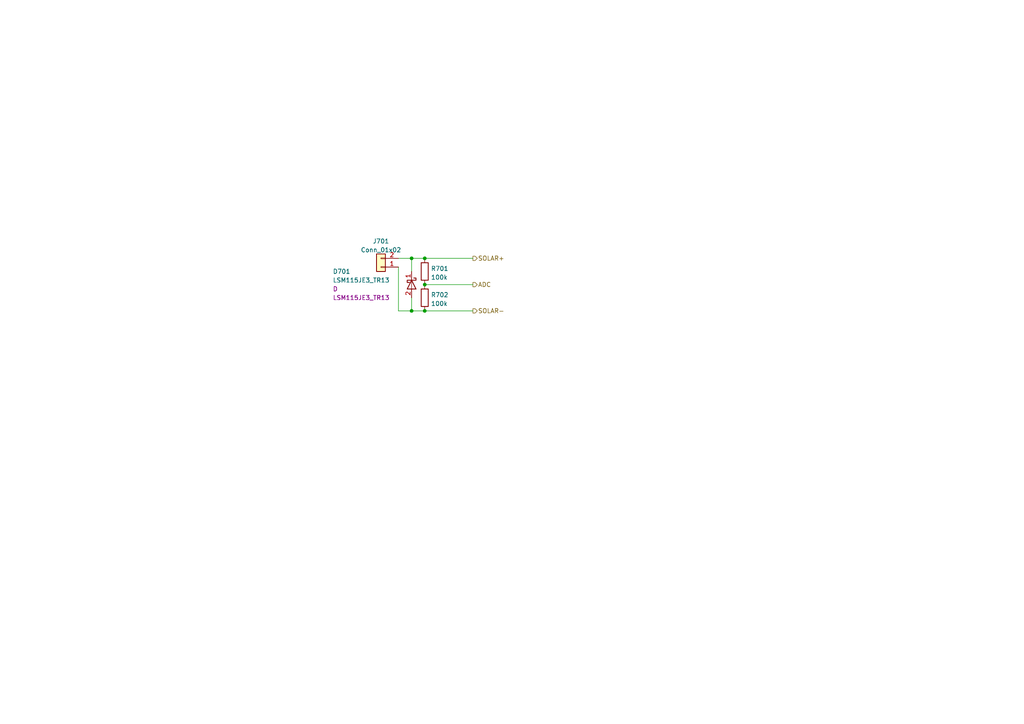
<source format=kicad_sch>
(kicad_sch (version 20211123) (generator eeschema)
  (paper "A4")
  (title_block (title "EPS Schematics") (date "2023-04-19") (rev "v0.1.0") (comment 1 "LinkedIn: linkedin.com/in/carlos-martinez-mora-7b2023230/") (comment 2 "Author: Carlos Martinez Mora"))
  (lib_symbols
    (symbol "Connector_Generic:Conn_01x02" (pin_names (offset 1.016) hide)
      (property "Reference" "J" (at 0 2.54 0))
      (property "Value" "Conn_01x02" (at 0 -5.08 0))
      (symbol "Conn_01x02_1_1"
        (rectangle (start -1.27 -2.413) (end 0 -2.667) (stroke (width 0.1524)))
        (rectangle (start -1.27 0.127) (end 0 -0.127) (stroke (width 0.1524)))
        (rectangle (start -1.27 1.27) (end 1.27 -3.81) (stroke (width 0.254)) (fill (type background)))
        (pin passive line (at -5.08 0 0) (length 3.81) (name "Pin_1") (number "1"))
        (pin passive line (at -5.08 -2.54 0) (length 3.81) (name "Pin_2") (number "2"))
      )
    )
    (symbol "Device:R" (pin_numbers hide) (pin_names (offset 0))
      (property "Reference" "R" (at 2.032 0 90))
      (property "Value" "R" (at 0 0 90))
      (symbol "R_0_1"
        (rectangle (start -1.016 -2.54) (end 1.016 2.54) (stroke (width 0.254)))
      )
      (symbol "R_1_1"
        (pin passive line (at 0 3.81 270) (length 1.27) (name "~") (number "1"))
        (pin passive line (at 0 -3.81 90) (length 1.27) (name "~") (number "2"))
      )
    )
    (symbol "LSM115JE3_TR13:LSM115JE3_TR13" (pin_names hide)
      (property "Value" "LSM115JE3_TR13" (at 0 0 0))
      (property "Reference_1" "D" (at -7.62 8.89 0))
      (property "Value_1" "LSM115JE3_TR13" (at -7.62 6.35 0))
      (symbol "LSM115JE3_TR13_0_1"
        (polyline (pts (xy 1.27 0) (xy -1.27 0)))
        (polyline (pts (xy 1.27 1.27) (xy 1.27 -1.27) (xy -1.27 0) (xy 1.27 1.27)) (stroke (width 0.254)))
        (polyline (pts (xy -1.905 0.635) (xy -1.905 1.27) (xy -1.27 1.27) (xy -1.27 -1.27) (xy -0.635 -1.27) (xy -0.635 -0.635)) (stroke (width 0.254)))
      )
      (symbol "LSM115JE3_TR13_1_1"
        (pin passive line (at -3.81 0 0) (length 2.54) (name "K") (number "1"))
        (pin passive line (at 3.81 0 180) (length 2.54) (name "A") (number "2"))
      )
    )
  )
  (junction (at 123.19 90.17))
  (junction (at 123.19 82.55))
  (junction (at 119.38 90.17))
  (junction (at 119.38 74.93))
  (junction (at 123.19 74.93))
  (wire (pts (xy 123.19 82.55) (xy 137.16 82.55)))
  (wire (pts (xy 115.57 77.47) (xy 115.57 90.17)))
  (wire (pts (xy 119.38 86.36) (xy 119.38 90.17)))
  (wire (pts (xy 119.38 74.93) (xy 123.19 74.93)))
  (wire (pts (xy 115.57 90.17) (xy 119.38 90.17)))
  (wire (pts (xy 123.19 74.93) (xy 137.16 74.93)))
  (wire (pts (xy 119.38 74.93) (xy 119.38 78.74)))
  (wire (pts (xy 115.57 74.93) (xy 119.38 74.93)))
  (wire (pts (xy 123.19 90.17) (xy 137.16 90.17)))
  (wire (pts (xy 119.38 90.17) (xy 123.19 90.17)))
  (hierarchical_label "SOLAR-" (shape output) (at 137.16 90.17 0))
  (hierarchical_label "SOLAR+" (shape output) (at 137.16 74.93 0))
  (hierarchical_label "ADC" (shape output) (at 137.16 82.55 0))
  (symbol (lib_id "Device:R") (at 123.19 78.74 0) (unit 1)
    (property "Reference" "R701" (at 124.968 77.9053 0) (effects (justify left)))
    (property "Value" "100k" (at 124.968 80.4422 0) (effects (justify left)))
    (property "Footprint" "Resistor_SMD:R_0603_1608Metric_Pad0.98x0.95mm_HandSolder" (effects hide))
  )
  (symbol (lib_id "Connector_Generic:Conn_01x02") (at 110.49 77.47 180) (unit 1)
    (property "Reference" "J701" (at 110.49 69.9602 0))
    (property "Value" "Conn_01x02" (at 110.49 72.4971 0))
    (property "Footprint" "Connector_JST:JST_PH_S2B-PH-K_1x02_P2.00mm_Horizontal" (effects hide))
  )
  (symbol (lib_id "Device:R") (at 123.19 86.36 180) (unit 1)
    (property "Reference" "R702" (at 124.968 85.5253 0) (effects (justify right)))
    (property "Value" "100k" (at 124.968 88.0622 0) (effects (justify right)))
    (property "Footprint" "Resistor_SMD:R_0603_1608Metric_Pad0.98x0.95mm_HandSolder" (effects hide))
  )
  (symbol (lib_id "LSM115JE3_TR13:LSM115JE3_TR13") (at 119.38 82.55 270) (unit 1)
    (property "Reference" "D701" (at 96.52 78.7431 90) (effects (justify left)))
    (property "Value" "LSM115JE3_TR13" (at 96.52 81.28 90) (effects (justify left)))
    (property "Footprint" "LSM115JE3_TR13:DIOM5436X330N" (effects hide))
    (property "Reference_1" "D" (at 96.52 83.8169 90) (effects (justify left)))
    (property "Value_1" "LSM115JE3_TR13" (at 96.52 86.3538 90) (effects (justify left)))
    (property "Footprint_1" "DIOM5436X330N" (effects hide))
    (property "Datasheet_1" "https://media.digikey.com/pdf/Data%20Sheets/Microsemi%20PDFs/LSM115J.pdf" (effects hide))
    (property "Height" "3.3" (effects hide))
    (property "Manufacturer_Name" "Microsemi Corporation" (effects hide))
    (property "Manufacturer_Part_Number" "LSM115JE3/TR13" (effects hide))
    (property "Mouser Part Number" "494-LSM115JE3/TR13" (effects hide))
    (property "Mouser Price/Stock" "https://www.mouser.co.uk/ProductDetail/Microchip-Microsemi/LSM115JE3-TR13/?qs=6jAvgNDGUA8H9k1qUsKdHA%3D%3D" (effects hide))
    (property "Arrow Part Number" "LSM115JE3/TR13" (effects hide))
    (property "Arrow Price/Stock" "https://www.arrow.com/en/products/lsm115je3tr13/microsemi" (effects hide))
  )
)
</source>
